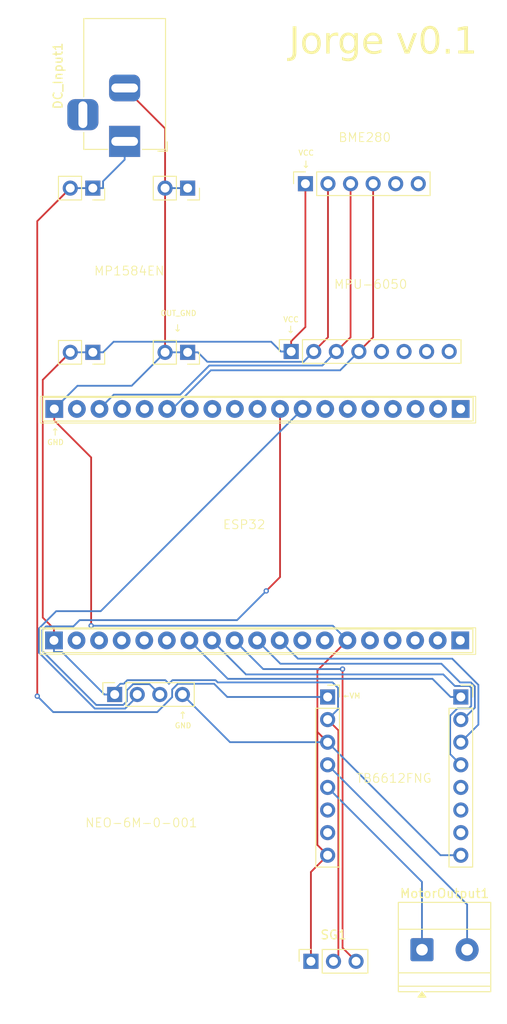
<source format=kicad_pcb>
(kicad_pcb (version 20241229) (generator "pcbnew") (generator_version "9.0")
  (layers (0 "F.Cu" signal) (2 "B.Cu" signal) (13 "F.Paste" user) (15 "B.Paste" user) (5 "F.SilkS" user "F.Silkscreen") (7 "B.SilkS" user "B.Silkscreen") (1 "F.Mask" user) (3 "B.Mask" user) (25 "Edge.Cuts" user))
  (net 0 "")
  (net 3 "Net-(BMP1-SCL)")
  (net 4 "GND")
  (net 5 "+3.3V")
  (net 6 "Net-(BMP1-SDA)")
  (net 7 "Net-(GY-GPS6MV1-RX)")
  (net 8 "Net-(GY-GPS6MV1-TX)")
  (net 13 "Net-(SG1-PWM)")
  (net 15 "Net-(TB1-INA2)")
  (net 23 "Net-(TB1-PWMA)")
  (net 38 "Net-(TB1-INA1)")
  (net 40 "Net-(TB1-STNDBY)")
  (net 41 "+12V")
  (net 42 "Net-(MotorOutput1-Pin_1)")
  (net 45 "Net-(MotorOutput1-Pin_2)")
  (footprint "TerminalBlock_Phoenix:TerminalBlock_Phoenix_MKDS-1,5-2-5.08_1x02_P5.08mm_Horizontal" (layer "F.Cu") (at 194.455 138.1725)
    (property "Reference" "MotorOutput1" (at 2.54 -6.32 0) (layer "F.SilkS"))
    (property "Value" "Motor Output")
    (fp_line (start -2.66 -5.32) (end 7.74 -5.32) (stroke (width 0.12)) (layer "F.SilkS"))
    (fp_line (start -2.66 -2.3) (end 7.74 -2.3) (stroke (width 0.12)) (layer "F.SilkS"))
    (fp_line (start -2.66 2.6) (end 7.74 2.6) (stroke (width 0.12)) (layer "F.SilkS"))
    (fp_line (start -2.66 4.1) (end 7.74 4.1) (stroke (width 0.12)) (layer "F.SilkS"))
    (fp_line (start -2.66 4.72) (end -2.66 -5.32) (stroke (width 0.12)) (layer "F.SilkS"))
    (fp_line (start -0.3 4.72) (end -2.66 4.72) (stroke (width 0.12)) (layer "F.SilkS"))
    (fp_line (start 7.74 -5.32) (end 7.74 4.72) (stroke (width 0.12)) (layer "F.SilkS"))
    (fp_line (start 7.74 4.72) (end 0.3 4.72) (stroke (width 0.12)) (layer "F.SilkS"))
    (fp_poly (pts (xy 0 4.72) (xy 0.44 5.33) (xy -0.44 5.33)) (stroke (width 0.12)) (fill yes) (layer "F.SilkS"))
    (pad "1" thru_hole roundrect (at 0 0) (size 2.6 2.6) (drill 1.3) (layers "*.Cu" "*.Mask") (roundrect_rratio 0.096154) (net 42 "Net-(MotorOutput1-Pin_1)"))
    (pad "2" thru_hole circle (at 5.08 0) (size 2.6 2.6) (drill 1.3) (layers "*.Cu" "*.Mask") (net 45 "Net-(MotorOutput1-Pin_2)"))
  )
  (footprint "Connector_PinSocket_2.54mm:PinSocket_1x03_P2.54mm_Vertical" (layer "F.Cu") (at 181.96 139.475 90)
    (property "Reference" "SG1" (at 2.975 2.54 180) (layer "F.SilkS"))
    (property "Value" "~")
    (fp_line (start 1.33 -1.33) (end 1.33 0) (stroke (width 0.12)) (layer "F.SilkS"))
    (fp_line (start 0 -1.33) (end 1.33 -1.33) (stroke (width 0.12)) (layer "F.SilkS"))
    (fp_line (start 1.33 1.27) (end 1.33 6.41) (stroke (width 0.12)) (layer "F.SilkS"))
    (fp_line (start -1.33 1.27) (end 1.33 1.27) (stroke (width 0.12)) (layer "F.SilkS"))
    (fp_line (start -1.33 1.27) (end -1.33 6.41) (stroke (width 0.12)) (layer "F.SilkS"))
    (fp_line (start -1.33 6.41) (end 1.33 6.41) (stroke (width 0.12)) (layer "F.SilkS"))
    (pad "1" thru_hole rect (at 0 0 90) (size 1.7 1.7) (drill 1) (layers "*.Cu" "*.Mask") (net 4 "GND"))
    (pad "2" thru_hole circle (at 0 2.54 90) (size 1.7 1.7) (drill 1) (layers "*.Cu" "*.Mask") (net 5 "+3.3V"))
    (pad "3" thru_hole circle (at 0 5.08 90) (size 1.7 1.7) (drill 1) (layers "*.Cu" "*.Mask") (net 13 "Net-(SG1-PWM)"))
  )
  (footprint "Ernest:MPU6050_breakout_footprint" (layer "F.Cu") (at 188.5 70.8885)
    (property "Reference" "MPU-1" (hide yes))
    (property "Value" "~" (hide yes))
    (fp_line (start -10.091829 -1.251932) (end -8.761829 -1.251932) (stroke (width 0.12)) (layer "F.SilkS"))
    (fp_line (start -10.091829 0.078068) (end -10.091829 -1.251932) (stroke (width 0.12)) (layer "F.SilkS"))
    (fp_line (start -7.491829 -1.251932) (end 10.348171 -1.251932) (stroke (width 0.12)) (layer "F.SilkS"))
    (fp_line (start -7.491829 1.408068) (end -7.491829 -1.251932) (stroke (width 0.12)) (layer "F.SilkS"))
    (fp_line (start -7.491829 1.408068) (end 10.348171 1.408068) (stroke (width 0.12)) (layer "F.SilkS"))
    (fp_line (start 10.348171 1.408068) (end 10.348171 -1.251932) (stroke (width 0.12)) (layer "F.SilkS"))
    (pad "1" thru_hole rect (at -8.761829 0.078068 90) (size 1.7 1.7) (drill 1) (layers "*.Cu" "*.Mask") (net 5 "+3.3V"))
    (pad "2" thru_hole circle (at -6.221829 0.078068 90) (size 1.7 1.7) (drill 1) (layers "*.Cu" "*.Mask") (net 4 "GND"))
    (pad "3" thru_hole circle (at -3.681829 0.078068 90) (size 1.7 1.7) (drill 1) (layers "*.Cu" "*.Mask") (net 3 "Net-(BMP1-SCL)"))
    (pad "4" thru_hole circle (at -1.141829 0.078068 90) (size 1.7 1.7) (drill 1) (layers "*.Cu" "*.Mask") (net 6 "Net-(BMP1-SDA)"))
    (pad "5" thru_hole circle (at 1.398171 0.078068 90) (size 1.7 1.7) (drill 1) (layers "*.Cu" "*.Mask"))
    (pad "6" thru_hole circle (at 3.938171 0.078068 90) (size 1.7 1.7) (drill 1) (layers "*.Cu" "*.Mask"))
    (pad "7" thru_hole circle (at 6.478171 0.078068 90) (size 1.7 1.7) (drill 1) (layers "*.Cu" "*.Mask"))
    (pad "8" thru_hole circle (at 9.018171 0.078068 90) (size 1.7 1.7) (drill 1) (layers "*.Cu" "*.Mask"))
  )
  (footprint "Ernest:GY-GPS6MV2_footprint" (layer "F.Cu") (at 163.5075 109.33)
    (property "Reference" "GY-GPS6MV1" (hide yes))
    (property "Value" "~" (hide yes))
    (fp_line (start -4.957501 -1.160001) (end -3.627501 -1.160001) (stroke (width 0.12)) (layer "F.SilkS"))
    (fp_line (start -4.957501 0.169999) (end -4.957501 -1.160001) (stroke (width 0.12)) (layer "F.SilkS"))
    (fp_line (start -2.357501 -1.160001) (end 5.322499 -1.160001) (stroke (width 0.12)) (layer "F.SilkS"))
    (fp_line (start -2.357501 1.499999) (end -2.357501 -1.160001) (stroke (width 0.12)) (layer "F.SilkS"))
    (fp_line (start -2.357501 1.499999) (end 5.322499 1.499999) (stroke (width 0.12)) (layer "F.SilkS"))
    (fp_line (start 5.322499 1.499999) (end 5.322499 -1.160001) (stroke (width 0.12)) (layer "F.SilkS"))
    (pad "1" thru_hole circle (at 3.992499 0.169999 90) (size 1.7 1.7) (drill 1) (layers "*.Cu" "*.Mask") (net 4 "GND"))
    (pad "2" thru_hole circle (at 1.452499 0.169999 90) (size 1.7 1.7) (drill 1) (layers "*.Cu" "*.Mask") (net 8 "Net-(GY-GPS6MV1-TX)"))
    (pad "3" thru_hole circle (at -1.087501 0.169999 90) (size 1.7 1.7) (drill 1) (layers "*.Cu" "*.Mask") (net 7 "Net-(GY-GPS6MV1-RX)"))
    (pad "4" thru_hole rect (at -3.627501 0.169999 90) (size 1.7 1.7) (drill 1) (layers "*.Cu" "*.Mask") (net 5 "+3.3V"))
  )
  (footprint "Ernest:BME280_breakout_footprint" (layer "F.Cu") (at 188.1102 51.9)
    (property "Reference" "BMP1" (hide yes))
    (property "Value" "~" (hide yes))
    (fp_line (start -8.100231 -1.115438) (end -6.770231 -1.115438) (stroke (width 0.12)) (layer "F.SilkS"))
    (fp_line (start -8.100231 0.214562) (end -8.100231 -1.115438) (stroke (width 0.12)) (layer "F.SilkS"))
    (fp_line (start -5.500231 -1.115438) (end 7.259769 -1.115438) (stroke (width 0.12)) (layer "F.SilkS"))
    (fp_line (start -5.500231 1.544562) (end -5.500231 -1.115438) (stroke (width 0.12)) (layer "F.SilkS"))
    (fp_line (start -5.500231 1.544562) (end 7.259769 1.544562) (stroke (width 0.12)) (layer "F.SilkS"))
    (fp_line (start 7.259769 1.544562) (end 7.259769 -1.115438) (stroke (width 0.12)) (layer "F.SilkS"))
    (pad "1" thru_hole rect (at -6.770231 0.214562 90) (size 1.7 1.7) (drill 1) (layers "*.Cu" "*.Mask") (net 5 "+3.3V"))
    (pad "2" thru_hole circle (at -4.230231 0.214562 90) (size 1.7 1.7) (drill 1) (layers "*.Cu" "*.Mask") (net 4 "GND"))
    (pad "3" thru_hole circle (at -1.690231 0.214562 90) (size 1.7 1.7) (drill 1) (layers "*.Cu" "*.Mask") (net 3 "Net-(BMP1-SCL)"))
    (pad "4" thru_hole circle (at 0.849769 0.214562 90) (size 1.7 1.7) (drill 1) (layers "*.Cu" "*.Mask") (net 6 "Net-(BMP1-SDA)"))
    (pad "5" thru_hole circle (at 3.389769 0.214562 90) (size 1.7 1.7) (drill 1) (layers "*.Cu" "*.Mask"))
    (pad "6" thru_hole circle (at 5.929769 0.214562 90) (size 1.7 1.7) (drill 1) (layers "*.Cu" "*.Mask"))
  )
  (footprint "Esp32DevBoard:ESP32-38pin" (layer "F.Cu") (at 175.9465 88.9202 90)
    (property "Reference" "U1" (hide yes))
    (property "Value" "~")
    (fp_line (start -13.218321 -24.144965) (end -13.218321 24.235035) (stroke (width 0.12)) (layer "F.SilkS"))
    (fp_line (start -14.548321 -24.144965) (end -13.218321 -24.144965) (stroke (width 0.12)) (layer "F.SilkS"))
    (fp_line (start -15.878321 -24.144965) (end -13.218321 -24.144965) (stroke (width 0.12)) (layer "F.SilkS"))
    (fp_line (start -15.878321 -24.144965) (end -15.878321 24.235035) (stroke (width 0.12)) (layer "F.SilkS"))
    (fp_line (start 12.799491 -24.115692) (end 12.799491 24.264308) (stroke (width 0.12)) (layer "F.SilkS"))
    (fp_line (start 10.139491 -24.115692) (end 12.799491 -24.115692) (stroke (width 0.12)) (layer "F.SilkS"))
    (fp_line (start 10.139491 -24.115692) (end 10.139491 24.264308) (stroke (width 0.12)) (layer "F.SilkS"))
    (fp_line (start -15.845738 24.233595) (end -13.185738 24.233595) (stroke (width 0.12)) (layer "F.SilkS"))
    (fp_line (start 10.172074 24.262868) (end 12.832074 24.262868) (stroke (width 0.12)) (layer "F.SilkS"))
    (pad "1" thru_hole rect (at -14.5 -22.9 90) (size 2 2) (drill 1) (layers "*.Cu" "*.Mask") (net 5 "+3.3V"))
    (pad "2" thru_hole circle (at -14.5 -20.36 90) (size 2 2) (drill 1) (layers "*.Cu" "*.Mask"))
    (pad "3" thru_hole circle (at -14.5 -17.82 90) (size 2 2) (drill 1) (layers "*.Cu" "*.Mask"))
    (pad "4" thru_hole circle (at -14.5 -15.28 90) (size 2 2) (drill 1) (layers "*.Cu" "*.Mask"))
    (pad "5" thru_hole circle (at -14.5 -12.74 90) (size 2 2) (drill 1) (layers "*.Cu" "*.Mask"))
    (pad "6" thru_hole circle (at -14.5 -10.2 90) (size 2 2) (drill 1) (layers "*.Cu" "*.Mask"))
    (pad "7" thru_hole circle (at -14.5 -7.66 90) (size 2 2) (drill 1) (layers "*.Cu" "*.Mask") (net 23 "Net-(TB1-PWMA)"))
    (pad "8" thru_hole circle (at -14.5 -5.12 90) (size 2 2) (drill 1) (layers "*.Cu" "*.Mask") (net 40 "Net-(TB1-STNDBY)"))
    (pad "9" thru_hole circle (at -14.5 -2.58 90) (size 2 2) (drill 1) (layers "*.Cu" "*.Mask") (net 13 "Net-(SG1-PWM)"))
    (pad "10" thru_hole circle (at -14.5 -0.04 90) (size 2 2) (drill 1) (layers "*.Cu" "*.Mask") (net 15 "Net-(TB1-INA2)"))
    (pad "11" thru_hole circle (at -14.5 2.5 90) (size 2 2) (drill 1) (layers "*.Cu" "*.Mask") (net 38 "Net-(TB1-INA1)"))
    (pad "12" thru_hole circle (at -14.5 5.04 90) (size 2 2) (drill 1) (layers "*.Cu" "*.Mask"))
    (pad "13" thru_hole circle (at -14.5 7.58 90) (size 2 2) (drill 1) (layers "*.Cu" "*.Mask"))
    (pad "14" thru_hole circle (at -14.5 10.12 90) (size 2 2) (drill 1) (layers "*.Cu" "*.Mask") (net 4 "GND"))
    (pad "15" thru_hole circle (at -14.5 12.66 90) (size 2 2) (drill 1) (layers "*.Cu" "*.Mask"))
    (pad "16" thru_hole circle (at -14.5 15.2 90) (size 2 2) (drill 1) (layers "*.Cu" "*.Mask"))
    (pad "17" thru_hole circle (at -14.5 17.74 90) (size 2 2) (drill 1) (layers "*.Cu" "*.Mask"))
    (pad "18" thru_hole circle (at -14.5 20.28 90) (size 2 2) (drill 1) (layers "*.Cu" "*.Mask"))
    (pad "19" thru_hole rect (at -14.5 22.82 90) (size 2 2) (drill 1) (layers "*.Cu" "*.Mask"))
    (pad "20" thru_hole rect (at 11.5 22.86 90) (size 2 2) (drill 1) (layers "*.Cu" "*.Mask"))
    (pad "21" thru_hole circle (at 11.5 20.32 90) (size 2 2) (drill 1) (layers "*.Cu" "*.Mask"))
    (pad "22" thru_hole circle (at 11.5 17.78 90) (size 2 2) (drill 1) (layers "*.Cu" "*.Mask"))
    (pad "23" thru_hole circle (at 11.5 15.24 90) (size 2 2) (drill 1) (layers "*.Cu" "*.Mask"))
    (pad "24" thru_hole circle (at 11.5 12.7 90) (size 2 2) (drill 1) (layers "*.Cu" "*.Mask"))
    (pad "25" thru_hole circle (at 11.5 10.16 90) (size 2 2) (drill 1) (layers "*.Cu" "*.Mask"))
    (pad "26" thru_hole circle (at 11.5 7.62 90) (size 2 2) (drill 1) (layers "*.Cu" "*.Mask"))
    (pad "27" thru_hole circle (at 11.5 5.08 90) (size 2 2) (drill 1) (layers "*.Cu" "*.Mask") (net 7 "Net-(GY-GPS6MV1-RX)"))
    (pad "28" thru_hole circle (at 11.5 2.54 90) (size 2 2) (drill 1) (layers "*.Cu" "*.Mask") (net 8 "Net-(GY-GPS6MV1-TX)"))
    (pad "29" thru_hole circle (at 11.5 0 90) (size 2 2) (drill 1) (layers "*.Cu" "*.Mask"))
    (pad "30" thru_hole circle (at 11.5 -2.54 90) (size 2 2) (drill 1) (layers "*.Cu" "*.Mask"))
    (pad "31" thru_hole circle (at 11.5 -5.08 90) (size 2 2) (drill 1) (layers "*.Cu" "*.Mask"))
    (pad "32" thru_hole circle (at 11.5 -7.62 90) (size 2 2) (drill 1) (layers "*.Cu" "*.Mask"))
    (pad "33" thru_hole circle (at 11.5 -10.16 90) (size 2 2) (drill 1) (layers "*.Cu" "*.Mask") (net 6 "Net-(BMP1-SDA)"))
    (pad "34" thru_hole circle (at 11.5 -12.7 90) (size 2 2) (drill 1) (layers "*.Cu" "*.Mask"))
    (pad "35" thru_hole circle (at 11.5 -15.24 90) (size 2 2) (drill 1) (layers "*.Cu" "*.Mask"))
    (pad "36" thru_hole circle (at 11.5 -17.78 90) (size 2 2) (drill 1) (layers "*.Cu" "*.Mask") (net 3 "Net-(BMP1-SCL)"))
    (pad "37" thru_hole circle (at 11.5 -20.32 90) (size 2 2) (drill 1) (layers "*.Cu" "*.Mask"))
    (pad "38" thru_hole rect (at 11.5 -22.86 90) (size 2 2) (drill 1) (layers "*.Cu" "*.Mask") (net 4 "GND"))
  )
  (footprint "Ernest:TB6612_breakout_footprint" (layer "F.Cu") (at 191.3349 118.7196)
    (property "Reference" "TB1" (hide yes))
    (property "Value" "~" (hide yes))
    (fp_line (start -8.823 -7.6708) (end -8.823 10.1692) (stroke (width 0.12)) (layer "F.SilkS"))
    (fp_line (start -8.823 -7.6708) (end -6.163 -7.6708) (stroke (width 0.12)) (layer "F.SilkS"))
    (fp_line (start -8.823 10.1692) (end -6.163 10.1692) (stroke (width 0.12)) (layer "F.SilkS"))
    (fp_line (start -7.493 -10.2708) (end -6.163 -10.2708) (stroke (width 0.12)) (layer "F.SilkS"))
    (fp_line (start -6.163 -10.2708) (end -6.163 -8.9408) (stroke (width 0.12)) (layer "F.SilkS"))
    (fp_line (start -6.163 -7.6708) (end -6.163 10.1692) (stroke (width 0.12)) (layer "F.SilkS"))
    (fp_line (start 6.163 -7.6708) (end 6.163 10.1692) (stroke (width 0.12)) (layer "F.SilkS"))
    (fp_line (start 6.163 -7.6708) (end 8.823 -7.6708) (stroke (width 0.12)) (layer "F.SilkS"))
    (fp_line (start 6.163 10.1692) (end 8.823 10.1692) (stroke (width 0.12)) (layer "F.SilkS"))
    (fp_line (start 7.493 -10.2708) (end 8.823 -10.2708) (stroke (width 0.12)) (layer "F.SilkS"))
    (fp_line (start 8.823 -10.2708) (end 8.823 -8.9408) (stroke (width 0.12)) (layer "F.SilkS"))
    (fp_line (start 8.823 -7.6708) (end 8.823 10.1692) (stroke (width 0.12)) (layer "F.SilkS"))
    (pad "1" thru_hole rect (at -7.493 -8.9408) (size 1.7 1.7) (drill 1) (layers "*.Cu" "*.Mask") (net 41 "+12V"))
    (pad "2" thru_hole circle (at -7.493 -6.4008) (size 1.7 1.7) (drill 1) (layers "*.Cu" "*.Mask") (net 5 "+3.3V"))
    (pad "3" thru_hole circle (at -7.493 -3.8608) (size 1.7 1.7) (drill 1) (layers "*.Cu" "*.Mask") (net 4 "GND"))
    (pad "4" thru_hole circle (at -7.493 -1.3208) (size 1.7 1.7) (drill 1) (layers "*.Cu" "*.Mask") (net 45 "Net-(MotorOutput1-Pin_2)"))
    (pad "5" thru_hole circle (at -7.493 1.2192) (size 1.7 1.7) (drill 1) (layers "*.Cu" "*.Mask") (net 42 "Net-(MotorOutput1-Pin_1)"))
    (pad "6" thru_hole circle (at -7.493 3.7592) (size 1.7 1.7) (drill 1) (layers "*.Cu" "*.Mask"))
    (pad "7" thru_hole circle (at -7.493 6.2992) (size 1.7 1.7) (drill 1) (layers "*.Cu" "*.Mask"))
    (pad "8" thru_hole circle (at -7.493 8.8392) (size 1.7 1.7) (drill 1) (layers "*.Cu" "*.Mask") (net 4 "GND"))
    (pad "9" thru_hole rect (at 7.493 -8.9408) (size 1.7 1.7) (drill 1) (layers "*.Cu" "*.Mask") (net 23 "Net-(TB1-PWMA)"))
    (pad "10" thru_hole circle (at 7.493 -6.4008) (size 1.7 1.7) (drill 1) (layers "*.Cu" "*.Mask") (net 15 "Net-(TB1-INA2)"))
    (pad "11" thru_hole circle (at 7.493 -3.8608) (size 1.7 1.7) (drill 1) (layers "*.Cu" "*.Mask") (net 38 "Net-(TB1-INA1)"))
    (pad "12" thru_hole circle (at 7.493 -1.3208) (size 1.7 1.7) (drill 1) (layers "*.Cu" "*.Mask") (net 40 "Net-(TB1-STNDBY)"))
    (pad "13" thru_hole circle (at 7.493 1.2192) (size 1.7 1.7) (drill 1) (layers "*.Cu" "*.Mask"))
    (pad "14" thru_hole circle (at 7.493 3.7592) (size 1.7 1.7) (drill 1) (layers "*.Cu" "*.Mask"))
    (pad "15" thru_hole circle (at 7.493 6.2992) (size 1.7 1.7) (drill 1) (layers "*.Cu" "*.Mask"))
    (pad "16" thru_hole circle (at 7.493 8.8392) (size 1.7 1.7) (drill 1) (layers "*.Cu" "*.Mask") (net 4 "GND"))
  )
  (footprint "Ernest:MP1584_breakout_footprint" (layer "F.Cu") (at 161.5 61.86 -90)
    (property "Reference" "MP1584EN1" (hide yes))
    (property "Value" "~" (hide yes))
    (fp_line (start -10.58 7.949095) (end -7.92 7.949095) (stroke (width 0.12)) (layer "F.SilkS"))
    (fp_line (start 7.865347 7.947552) (end 10.525347 7.947552) (stroke (width 0.12)) (layer "F.SilkS"))
    (fp_line (start -10.58 5.349095) (end -10.58 7.949095) (stroke (width 0.12)) (layer "F.SilkS"))
    (fp_line (start -10.58 5.349095) (end -7.92 5.349095) (stroke (width 0.12)) (layer "F.SilkS"))
    (fp_line (start -7.92 5.349095) (end -7.92 7.949095) (stroke (width 0.12)) (layer "F.SilkS"))
    (fp_line (start 7.865347 5.347552) (end 7.865347 7.947552) (stroke (width 0.12)) (layer "F.SilkS"))
    (fp_line (start 7.865347 5.347552) (end 10.525347 5.347552) (stroke (width 0.12)) (layer "F.SilkS"))
    (fp_line (start 10.525347 5.347552) (end 10.525347 7.947552) (stroke (width 0.12)) (layer "F.SilkS"))
    (fp_line (start -9.25 2.749095) (end -7.92 2.749095) (stroke (width 0.12)) (layer "F.SilkS"))
    (fp_line (start -7.92 2.749095) (end -7.92 4.079095) (stroke (width 0.12)) (layer "F.SilkS"))
    (fp_line (start 9.195347 2.747552) (end 10.525347 2.747552) (stroke (width 0.12)) (layer "F.SilkS"))
    (fp_line (start 10.525347 2.747552) (end 10.525347 4.077552) (stroke (width 0.12)) (layer "F.SilkS"))
    (fp_line (start 7.867955 -2.719732) (end 10.527955 -2.719732) (stroke (width 0.12)) (layer "F.SilkS"))
    (fp_line (start -10.58 -2.72) (end -7.92 -2.72) (stroke (width 0.12)) (layer "F.SilkS"))
    (fp_line (start 7.867955 -5.319732) (end 7.867955 -2.719732) (stroke (width 0.12)) (layer "F.SilkS"))
    (fp_line (start 7.867955 -5.319732) (end 10.527955 -5.319732) (stroke (width 0.12)) (layer "F.SilkS"))
    (fp_line (start 10.527955 -5.319732) (end 10.527955 -2.719732) (stroke (width 0.12)) (layer "F.SilkS"))
    (fp_line (start -10.58 -5.32) (end -10.58 -2.72) (stroke (width 0.12)) (layer "F.SilkS"))
    (fp_line (start -10.58 -5.32) (end -7.92 -5.32) (stroke (width 0.12)) (layer "F.SilkS"))
    (fp_line (start -7.92 -5.32) (end -7.92 -2.72) (stroke (width 0.12)) (layer "F.SilkS"))
    (fp_line (start 9.197955 -7.919732) (end 10.527955 -7.919732) (stroke (width 0.12)) (layer "F.SilkS"))
    (fp_line (start 10.527955 -7.919732) (end 10.527955 -6.589732) (stroke (width 0.12)) (layer "F.SilkS"))
    (fp_line (start -9.25 -7.92) (end -7.92 -7.92) (stroke (width 0.12)) (layer "F.SilkS"))
    (fp_line (start -7.92 -7.92) (end -7.92 -6.59) (stroke (width 0.12)) (layer "F.SilkS"))
    (pad "1" thru_hole rect (at -9.25 4.079095 270) (size 1.7 1.7) (drill 1) (layers "*.Cu" "*.Mask") (net 41 "+12V"))
    (pad "1" thru_hole circle (at -9.25 6.619095 270) (size 1.7 1.7) (drill 1) (layers "*.Cu" "*.Mask") (net 41 "+12V"))
    (pad "2" thru_hole rect (at -9.25 -6.59 270) (size 1.7 1.7) (drill 1) (layers "*.Cu" "*.Mask") (net 4 "GND"))
    (pad "2" thru_hole circle (at -9.25 -4.05 270) (size 1.7 1.7) (drill 1) (layers "*.Cu" "*.Mask") (net 4 "GND"))
    (pad "3" thru_hole rect (at 9.195347 4.077552 270) (size 1.7 1.7) (drill 1) (layers "*.Cu" "*.Mask") (net 5 "+3.3V"))
    (pad "3" thru_hole circle (at 9.195347 6.617552 270) (size 1.7 1.7) (drill 1) (layers "*.Cu" "*.Mask") (net 5 "+3.3V"))
    (pad "4" thru_hole rect (at 9.197955 -6.589732 270) (size 1.7 1.7) (drill 1) (layers "*.Cu" "*.Mask") (net 4 "GND"))
    (pad "4" thru_hole circle (at 9.197955 -4.049732 270) (size 1.7 1.7) (drill 1) (layers "*.Cu" "*.Mask") (net 4 "GND"))
  )
  (footprint "Connector_BarrelJack:BarrelJack_Horizontal" (layer "F.Cu") (at 161 47.36 -90)
    (property "Reference" "DC_Input1" (at -7.36 7.5 90) (layer "F.SilkS"))
    (property "Value" "~")
    (fp_line (start -13.8 4.6) (end -13.8 -4.6) (stroke (width 0.12)) (layer "F.SilkS"))
    (fp_line (start -5 4.6) (end -13.8 4.6) (stroke (width 0.12)) (layer "F.SilkS"))
    (fp_line (start 0.9 4.6) (end -1 4.6) (stroke (width 0.12)) (layer "F.SilkS"))
    (fp_line (start 0.9 1.9) (end 0.9 4.6) (stroke (width 0.12)) (layer "F.SilkS"))
    (fp_line (start 1.1 -3.75) (end 1.1 -4.8) (stroke (width 0.12)) (layer "F.SilkS"))
    (fp_line (start -13.8 -4.6) (end 0.9 -4.6) (stroke (width 0.12)) (layer "F.SilkS"))
    (fp_line (start 0.9 -4.6) (end 0.9 -2) (stroke (width 0.12)) (layer "F.SilkS"))
    (fp_line (start 0.05 -4.8) (end 1.1 -4.8) (stroke (width 0.12)) (layer "F.SilkS"))
    (pad "" np_thru_hole roundrect (at -3 4.7 270) (size 3.5 3.5) (drill oval 3 1) (layers "*.Cu" "*.Mask"))
    (pad "1" thru_hole rect (at 0 0 270) (size 3.5 3.5) (drill oval 1 3) (layers "*.Cu" "*.Mask") (net 41 "+12V"))
    (pad "2" thru_hole roundrect (at -6 0 270) (size 3 3.5) (drill oval 1 3) (layers "*.Cu" "*.Mask") (net 4 "GND"))
  )
  (gr_rect (start 151.5 76) (end 200.5 79) (stroke (width 0.1)) (fill no) (layer "F.SilkS"))
  (gr_rect (start 151.5 102) (end 200.5 105) (stroke (width 0.1)) (fill no) (layer "F.SilkS"))
  (gr_text "↑" (at 152.5 80.5 0) (layer "F.SilkS") (effects (font (size 1 1) (thickness 0.1)) (justify left bottom)))
  (gr_text "OUT_GND" (at 165 67.015208 0) (layer "F.SilkS") (effects (font (size 0.6 0.6) (thickness 0.1)) (justify left bottom)))
  (gr_text "↓" (at 179 69 0) (layer "F.SilkS") (effects (font (size 1 1) (thickness 0.1)) (justify left bottom)))
  (gr_text "ESP32" (at 172 91 0) (layer "F.SilkS") (effects (font (size 1 1) (thickness 0.1)) (justify left bottom)))
  (gr_text "Jorge v0.1" (at 179.5 38 0) (layer "F.SilkS") (effects (font (size 3 3) (thickness 0.25) (italic yes)) (justify left bottom)))
  (gr_text "↓" (at 180.711389 50.439901 0) (layer "F.SilkS") (effects (font (size 1 1) (thickness 0.1)) (justify left bottom)))
  (gr_text "VCC" (at 178.795029 67.721183 0) (layer "F.SilkS") (effects (font (size 0.6 0.6) (thickness 0.1)) (justify left bottom)))
  (gr_text "GND" (at 152.239558 81.515208 0) (layer "F.SilkS") (effects (font (size 0.6 0.6) (thickness 0.1)) (justify left bottom)))
  (gr_text "↑" (at 166.852072 112.327648 0) (layer "F.SilkS") (effects (font (size 1 1) (thickness 0.1)) (justify left bottom)))
  (gr_text "←VM" (at 185.5 110 0) (layer "F.SilkS") (effects (font (size 0.6 0.6) (thickness 0.1)) (justify left bottom)))
  (gr_text "BME280" (at 185 47.5 0) (layer "F.SilkS") (effects (font (size 1 1) (thickness 0.1)) (justify left bottom)))
  (gr_text "TB6612FNG" (at 187 119.5 0) (layer "F.SilkS") (effects (font (size 1 1) (thickness 0.1)) (justify left bottom)))
  (gr_text "↓" (at 166.272658 68.83574 0) (layer "F.SilkS") (effects (font (size 1 1) (thickness 0.1)) (justify left bottom)))
  (gr_text "MP1584EN" (at 157.5 62.5 0) (layer "F.SilkS") (effects (font (size 1 1) (thickness 0.1)) (justify left bottom)))
  (gr_text "NEO-6M-0-001" (at 156.5 124.5 0) (layer "F.SilkS") (effects (font (size 1 1) (thickness 0.1)) (justify left bottom)))
  (gr_text "MPU-6050" (at 184.5 64 0) (layer "F.SilkS") (effects (font (size 1 1) (thickness 0.1)) (justify left bottom)))
  (gr_text "GND" (at 166.59163 113.342856 0) (layer "F.SilkS") (effects (font (size 0.6 0.6) (thickness 0.1)) (justify left bottom)))
  (gr_text "VCC" (at 180.5 49 0) (layer "F.SilkS") (effects (font (size 0.6 0.6) (thickness 0.1)) (justify left bottom)))
  (segment (start 184.8182 70.9666) (end 184.8181 70.9665) (width 0.2) (layer "F.Cu") (net 3))
  (segment (start 184.8181 70.9665) (end 184.818 70.9666) (width 0.2) (layer "F.Cu") (net 3))
  (segment (start 186.42 69.3648) (end 184.8181 70.9665) (width 0.2) (layer "F.Cu") (net 3))
  (segment (start 186.42 52.1146) (end 186.42 69.3648) (width 0.2) (layer "F.Cu") (net 3))
  (segment (start 158.8862 76.7004) (end 158.1665 77.4201) (width 0.2) (layer "B.Cu") (net 3))
  (segment (start 158.8862 76.7004) (end 159.778 75.8092) (width 0.2) (layer "B.Cu") (net 3))
  (segment (start 184.8182 70.9666) (end 184.818 70.9666) (width 0.2) (layer "B.Cu") (net 3))
  (segment (start 159.778 75.8092) (end 167.256 75.8092) (width 0.2) (layer "B.Cu") (net 3))
  (segment (start 158.166 77.4202) (end 158.8862 76.7004) (width 0.2) (layer "B.Cu") (net 3))
  (segment (start 170.525 72.5399) (end 183.245 72.5399) (width 0.2) (layer "B.Cu") (net 3))
  (segment (start 167.256 75.8092) (end 170.525 72.5399) (width 0.2) (layer "B.Cu") (net 3))
  (segment (start 158.1665 77.4201) (end 158.1665 77.4202) (width 0.2) (layer "B.Cu") (net 3))
  (segment (start 183.245 72.5399) (end 184.818 70.9666) (width 0.2) (layer "B.Cu") (net 3))
  (segment (start 165.55 45.91) (end 165.55 52.61) (width 0.2) (layer "F.Cu") (net 4))
  (segment (start 183.842 127.559) (end 181.96 129.441) (width 0.2) (layer "F.Cu") (net 4))
  (segment (start 186.0662 103.4202) (end 186.066 103.42) (width 0.2) (layer "F.Cu") (net 4))
  (segment (start 186.066 103.42) (end 182.69 106.796) (width 0.2) (layer "F.Cu") (net 4))
  (segment (start 181.96 129.441) (end 181.96 139.475) (width 0.2) (layer "F.Cu") (net 4))
  (segment (start 153.086 78.071) (end 153.0865 78.0705) (width 0.2) (layer "F.Cu") (net 4))
  (segment (start 182.69 106.796) (end 182.69 113.707) (width 0.2) (layer "F.Cu") (net 4))
  (segment (start 183.266 114.283) (end 183.2661 114.283) (width 0.2) (layer "F.Cu") (net 4))
  (segment (start 153.086 77.4202) (end 153.086 78.071) (width 0.2) (layer "F.Cu") (net 4))
  (segment (start 183.266 114.283) (end 183.842 114.859) (width 0.2) (layer "F.Cu") (net 4))
  (segment (start 153.086 78.071) (end 153.086 78.7219) (width 0.2) (layer "F.Cu") (net 4))
  (segment (start 161 41.36) (end 165.55 45.91) (width 0.2) (layer "F.Cu") (net 4))
  (segment (start 182.69 126.407) (end 183.266 126.983) (width 0.2) (layer "F.Cu") (net 4))
  (segment (start 182.2782 70.9666) (end 182.2781 70.9665) (width 0.2) (layer "F.Cu") (net 4))
  (segment (start 182.69 113.707) (end 182.69 126.407) (width 0.2) (layer "F.Cu") (net 4))
  (segment (start 186.0665 103.4202) (end 186.0662 103.4202) (width 0.2) (layer "F.Cu") (net 4))
  (segment (start 183.2661 126.983) (end 183.8419 127.5588) (width 0.2) (layer "F.Cu") (net 4))
  (segment (start 183.88 69.3648) (end 182.2781 70.9665) (width 0.2) (layer "F.Cu") (net 4))
  (segment (start 182.2781 70.9665) (end 182.278 70.9666) (width 0.2) (layer "F.Cu") (net 4))
  (segment (start 153.0865 78.0705) (end 153.0865 77.4202) (width 0.2) (layer "F.Cu") (net 4))
  (segment (start 183.2661 114.283) (end 183.8419 114.8588) (width 0.2) (layer "F.Cu") (net 4))
  (segment (start 153.086 78.7219) (end 157.231 82.8664) (width 0.2) (layer "F.Cu") (net 4))
  (segment (start 165.5497 71.058) (end 165.55 71.058) (width 0.2) (layer "F.Cu") (net 4))
  (segment (start 183.266 126.983) (end 183.842 127.559) (width 0.2) (layer "F.Cu") (net 4))
  (segment (start 183.266 126.983) (end 183.2661 126.983) (width 0.2) (layer "F.Cu") (net 4))
  (segment (start 183.88 52.1146) (end 183.88 69.3648) (width 0.2) (layer "F.Cu") (net 4))
  (segment (start 165.55 52.61) (end 165.55 71.058) (width 0.2) (layer "F.Cu") (net 4))
  (segment (start 157.231 82.8664) (end 157.231 101.771) (width 0.2) (layer "F.Cu") (net 4))
  (segment (start 182.69 113.707) (end 183.266 114.283) (width 0.2) (layer "F.Cu") (net 4))
  (via (at 157.231 101.771) (size 0.6) (drill 0.3) (layers "F.Cu" "B.Cu") (net 4))
  (segment (start 153.0863 77.42) (end 153.086 77.4202) (width 0.2) (layer "B.Cu") (net 4))
  (segment (start 197.685 127.559) (end 198.8277 127.559) (width 0.2) (layer "B.Cu") (net 4))
  (segment (start 178.3505 114.859) (end 183.8417 114.859) (width 0.2) (layer "B.Cu") (net 4))
  (segment (start 161.792 74.8152) (end 155.692 74.8152) (width 0.2) (layer "B.Cu") (net 4))
  (segment (start 169.241 71.058) (end 168.0897 71.058) (width 0.2) (layer "B.Cu") (net 4))
  (segment (start 198.828 127.559) (end 197.685 127.559) (width 0.2) (layer "B.Cu") (net 4))
  (segment (start 182.278 70.9666) (end 181.126 72.1183) (width 0.2) (layer "B.Cu") (net 4))
  (segment (start 167.5 109.5) (end 172.859 114.859) (width 0.2) (layer "B.Cu") (net 4))
  (segment (start 183.842 114.859) (end 196.542 127.559) (width 0.2) (layer "B.Cu") (net 4))
  (segment (start 198.8277 127.559) (end 198.8279 127.5588) (width 0.2) (layer "B.Cu") (net 4))
  (segment (start 153.0865 77.4202) (end 153.0863 77.42) (width 0.2) (layer "B.Cu") (net 4))
  (segment (start 183.8417 114.859) (end 183.8419 114.8588) (width 0.2) (layer "B.Cu") (net 4))
  (segment (start 186.0662 103.4202) (end 186.066 103.42) (width 0.2) (layer "B.Cu") (net 4))
  (segment (start 155.692 74.8152) (end 153.0863 77.42) (width 0.2) (layer "B.Cu") (net 4))
  (segment (start 182.2782 70.9666) (end 182.278 70.9666) (width 0.2) (layer "B.Cu") (net 4))
  (segment (start 165.5497 71.058) (end 165.55 71.058) (width 0.2) (layer "B.Cu") (net 4))
  (segment (start 165.55 52.61) (end 168.09 52.61) (width 0.2) (layer "B.Cu") (net 4))
  (segment (start 170.302 72.1183) (end 169.241 71.058) (width 0.2) (layer "B.Cu") (net 4))
  (segment (start 186.0665 103.4202) (end 186.0662 103.4202) (width 0.2) (layer "B.Cu") (net 4))
  (segment (start 168.0897 71.058) (end 165.55 71.058) (width 0.2) (layer "B.Cu") (net 4))
  (segment (start 196.542 127.559) (end 197.685 127.559) (width 0.2) (layer "B.Cu") (net 4))
  (segment (start 181.126 72.1183) (end 170.302 72.1183) (width 0.2) (layer "B.Cu") (net 4))
  (segment (start 186.066 103.42) (end 184.417 101.771) (width 0.2) (layer "B.Cu") (net 4))
  (segment (start 165.55 71.058) (end 161.792 74.8152) (width 0.2) (layer "B.Cu") (net 4))
  (segment (start 184.417 101.771) (end 157.231 101.771) (width 0.2) (layer "B.Cu") (net 4))
  (segment (start 178.3505 114.859) (end 183.842 114.859) (width 0.2) (layer "B.Cu") (net 4))
  (segment (start 172.859 114.859) (end 178.3505 114.859) (width 0.2) (layer "B.Cu") (net 4))
  (segment (start 151.785 74.1531) (end 153.3335 72.6042) (width 0.2) (layer "F.Cu") (net 5))
  (segment (start 183.842 112.319) (end 183.8419 112.3189) (width 0.2) (layer "F.Cu") (net 5))
  (segment (start 153.0465 103.4202) (end 153.0462 103.4202) (width 0.2) (layer "F.Cu") (net 5))
  (segment (start 179.738 70.9666) (end 179.738 70.3907) (width 0.2) (layer "F.Cu") (net 5))
  (segment (start 179.738 69.8149) (end 181.34 68.2131) (width 0.2) (layer "F.Cu") (net 5))
  (segment (start 179.7382 70.3909) (end 179.7382 70.9666) (width 0.2) (layer "F.Cu") (net 5))
  (segment (start 184.5 139.475) (end 185.049 138.926) (width 0.2) (layer "F.Cu") (net 5))
  (segment (start 151.785 100.857) (end 151.785 74.1531) (width 0.2) (layer "F.Cu") (net 5))
  (segment (start 153.3335 72.6042) (end 153.3337 72.6042) (width 0.2) (layer "F.Cu") (net 5))
  (segment (start 153.3335 72.6042) (end 154.882 71.0554) (width 0.2) (layer "F.Cu") (net 5))
  (segment (start 185.049 138.926) (end 185.049 113.526) (width 0.2) (layer "F.Cu") (net 5))
  (segment (start 179.738 70.3907) (end 179.738 69.8149) (width 0.2) (layer "F.Cu") (net 5))
  (segment (start 185.049 113.526) (end 183.842 112.319) (width 0.2) (layer "F.Cu") (net 5))
  (segment (start 153.046 102.118) (end 151.785 100.857) (width 0.2) (layer "F.Cu") (net 5))
  (segment (start 183.8419 112.3189) (end 183.8419 112.3188) (width 0.2) (layer "F.Cu") (net 5))
  (segment (start 153.046 103.42) (end 153.046 102.118) (width 0.2) (layer "F.Cu") (net 5))
  (segment (start 179.738 70.3907) (end 179.7382 70.3909) (width 0.2) (layer "F.Cu") (net 5))
  (segment (start 153.0462 103.4202) (end 153.046 103.42) (width 0.2) (layer "F.Cu") (net 5))
  (segment (start 181.34 68.2131) (end 181.34 52.1146) (width 0.2) (layer "F.Cu") (net 5))
  (segment (start 153.3337 72.6042) (end 154.8825 71.0554) (width 0.2) (layer "F.Cu") (net 5))
  (segment (start 183.842 112.319) (end 184.427 111.734) (width 0.2) (layer "B.Cu") (net 5))
  (segment (start 165.58 107.89) (end 161.304 107.89) (width 0.2) (layer "B.Cu") (net 5))
  (segment (start 153.046 104.071) (end 153.046 104.722) (width 0.2) (layer "B.Cu") (net 5))
  (segment (start 185.012 111.149) (end 185.012 108.764) (width 0.2) (layer "B.Cu") (net 5))
  (segment (start 184.39 108.142) (end 171.476 108.142) (width 0.2) (layer "B.Cu") (net 5))
  (segment (start 171.224 107.89) (end 166.384 107.89) (width 0.2) (layer "B.Cu") (net 5))
  (segment (start 158.574 71.0554) (end 159.763 69.8664) (width 0.2) (layer "B.Cu") (net 5))
  (segment (start 161.068 108.125) (end 160.902 108.291) (width 0.2) (layer "B.Cu") (net 5))
  (segment (start 161.304 107.89) (end 161.068 108.125) (width 0.2) (layer "B.Cu") (net 5))
  (segment (start 165.982 108.291) (end 165.58 107.89) (width 0.2) (layer "B.Cu") (net 5))
  (segment (start 184.4267 111.734) (end 183.8419 112.3188) (width 0.2) (layer "B.Cu") (net 5))
  (segment (start 159.88 109.5) (end 159.304 109.5) (width 0.2) (layer "B.Cu") (net 5))
  (segment (start 166.148 108.125) (end 165.982 108.291) (width 0.2) (layer "B.Cu") (net 5))
  (segment (start 184.427 111.734) (end 184.4267 111.734) (width 0.2) (layer "B.Cu") (net 5))
  (segment (start 179.7382 70.9666) (end 179.738 70.9666) (width 0.2) (layer "B.Cu") (net 5))
  (segment (start 157.4225 71.0554) (end 158.574 71.0554) (width 0.2) (layer "B.Cu") (net 5))
  (segment (start 153.046 104.722) (end 153.95 104.722) (width 0.2) (layer "B.Cu") (net 5))
  (segment (start 185.012 108.764) (end 184.39 108.142) (width 0.2) (layer "B.Cu") (net 5))
  (segment (start 153.046 103.42) (end 153.046 104.071) (width 0.2) (layer "B.Cu") (net 5))
  (segment (start 178.586 70.9666) (end 179.738 70.9666) (width 0.2) (layer "B.Cu") (net 5))
  (segment (start 160.513 108.291) (end 159.304 109.5) (width 0.2) (layer "B.Cu") (net 5))
  (segment (start 161.068 108.125) (end 160.902 108.291) (width 0.2) (layer "B.Cu") (net 5))
  (segment (start 158.728 109.5) (end 159.304 109.5) (width 0.2) (layer "B.Cu") (net 5))
  (segment (start 177.486 69.8664) (end 178.586 70.9666) (width 0.2) (layer "B.Cu") (net 5))
  (segment (start 171.476 108.142) (end 171.224 107.89) (width 0.2) (layer "B.Cu") (net 5))
  (segment (start 166.148 108.125) (end 165.982 108.291) (width 0.2) (layer "B.Cu") (net 5))
  (segment (start 160.902 108.291) (end 160.513 108.291) (width 0.2) (layer "B.Cu") (net 5))
  (segment (start 154.882 71.0554) (end 154.8825 71.0554) (width 0.2) (layer "B.Cu") (net 5))
  (segment (start 153.95 104.722) (end 158.728 109.5) (width 0.2) (layer "B.Cu") (net 5))
  (segment (start 159.763 69.8664) (end 177.486 69.8664) (width 0.2) (layer "B.Cu") (net 5))
  (segment (start 154.8825 71.0554) (end 157.4225 71.0554) (width 0.2) (layer "B.Cu") (net 5))
  (segment (start 153.0465 104.0705) (end 153.0465 103.4202) (width 0.2) (layer "B.Cu") (net 5))
  (segment (start 184.427 111.734) (end 185.012 111.149) (width 0.2) (layer "B.Cu") (net 5))
  (segment (start 153.046 104.071) (end 153.0465 104.0705) (width 0.2) (layer "B.Cu") (net 5))
  (segment (start 166.384 107.89) (end 166.148 108.125) (width 0.2) (layer "B.Cu") (net 5))
  (segment (start 188.96 69.3648) (end 187.3581 70.9665) (width 0.2) (layer "F.Cu") (net 6))
  (segment (start 187.3581 70.9665) (end 187.358 70.9666) (width 0.2) (layer "F.Cu") (net 6))
  (segment (start 187.3582 70.9666) (end 187.3581 70.9665) (width 0.2) (layer "F.Cu") (net 6))
  (segment (start 188.96 52.1146) (end 188.96 69.3648) (width 0.2) (layer "F.Cu") (net 6))
  (segment (start 187.3582 70.9666) (end 187.358 70.9666) (width 0.2) (layer "B.Cu") (net 6))
  (segment (start 166.354 77.4202) (end 170.694 73.0803) (width 0.2) (layer "B.Cu") (net 6))
  (segment (start 165.7865 77.4202) (end 166.354 77.4202) (width 0.2) (layer "B.Cu") (net 6))
  (segment (start 170.694 73.0803) (end 185.244 73.0803) (width 0.2) (layer "B.Cu") (net 6))
  (segment (start 185.244 73.0803) (end 187.358 70.9666) (width 0.2) (layer "B.Cu") (net 6))
  (segment (start 165.786 77.4202) (end 165.7865 77.4202) (width 0.2) (layer "B.Cu") (net 6))
  (segment (start 181.026 77.4202) (end 158.308 100.139) (width 0.2) (layer "B.Cu") (net 7))
  (segment (start 157.636 111.077) (end 161.056 111.077) (width 0.2) (layer "B.Cu") (net 7))
  (segment (start 158.308 100.139) (end 153.301 100.139) (width 0.2) (layer "B.Cu") (net 7))
  (segment (start 153.301 100.139) (end 151.343 102.097) (width 0.2) (layer "B.Cu") (net 7))
  (segment (start 181.0265 77.4202) (end 181.026 77.4202) (width 0.2) (layer "B.Cu") (net 7))
  (segment (start 151.343 102.097) (end 151.343 104.784) (width 0.2) (layer "B.Cu") (net 7))
  (segment (start 161.056 111.077) (end 162.42 109.713) (width 0.2) (layer "B.Cu") (net 7))
  (segment (start 151.343 104.784) (end 157.636 111.077) (width 0.2) (layer "B.Cu") (net 7))
  (segment (start 162.42 109.713) (end 162.42 109.5) (width 0.2) (layer "B.Cu") (net 7))
  (segment (start 178.4865 77.4202) (end 178.486 77.4202) (width 0.2) (layer "F.Cu") (net 8))
  (segment (start 178.486 96.309) (end 178.486 77.4202) (width 0.2) (layer "F.Cu") (net 8))
  (segment (start 176.931 97.8642) (end 178.486 96.309) (width 0.2) (layer "F.Cu") (net 8))
  (via (at 176.931 97.8642) (size 0.6) (drill 0.3) (layers "F.Cu" "B.Cu") (net 8))
  (segment (start 155.938 101.145) (end 173.65 101.145) (width 0.2) (layer "B.Cu") (net 8))
  (segment (start 152.162 101.846) (end 155.237 101.846) (width 0.2) (layer "B.Cu") (net 8))
  (segment (start 163.801 108.341) (end 161.941 108.341) (width 0.2) (layer "B.Cu") (net 8))
  (segment (start 161.245 109.037) (end 161.245 110.266) (width 0.2) (layer "B.Cu") (net 8))
  (segment (start 151.745 104.617) (end 151.745 102.263) (width 0.2) (layer "B.Cu") (net 8))
  (segment (start 157.802 110.675) (end 151.745 104.617) (width 0.2) (layer "B.Cu") (net 8))
  (segment (start 155.237 101.846) (end 155.938 101.145) (width 0.2) (layer "B.Cu") (net 8))
  (segment (start 160.836 110.675) (end 157.802 110.675) (width 0.2) (layer "B.Cu") (net 8))
  (segment (start 173.65 101.145) (end 176.931 97.8642) (width 0.2) (layer "B.Cu") (net 8))
  (segment (start 164.96 109.5) (end 163.801 108.341) (width 0.2) (layer "B.Cu") (net 8))
  (segment (start 151.745 102.263) (end 152.162 101.846) (width 0.2) (layer "B.Cu") (net 8))
  (segment (start 161.941 108.341) (end 161.245 109.037) (width 0.2) (layer "B.Cu") (net 8))
  (segment (start 161.245 110.266) (end 160.836 110.675) (width 0.2) (layer "B.Cu") (net 8))
  (segment (start 185.519 137.954) (end 187.04 139.475) (width 0.2) (layer "F.Cu") (net 13))
  (segment (start 185.519 106.644) (end 185.519 137.954) (width 0.2) (layer "F.Cu") (net 13))
  (via (at 185.519 106.644) (size 0.6) (drill 0.3) (layers "F.Cu" "B.Cu") (net 13))
  (segment (start 173.366 103.42) (end 173.3664 103.4203) (width 0.2) (layer "B.Cu") (net 13))
  (segment (start 176.59 106.644) (end 185.519 106.644) (width 0.2) (layer "B.Cu") (net 13))
  (segment (start 173.3665 103.4202) (end 173.3664 103.4203) (width 0.2) (layer "B.Cu") (net 13))
  (segment (start 173.3664 103.4203) (end 176.59 106.644) (width 0.2) (layer "B.Cu") (net 13))
  (segment (start 196.644 106.042) (end 178.528 106.042) (width 0.2) (layer "B.Cu") (net 15))
  (segment (start 198.828 112.319) (end 198.9455 112.319) (width 0.2) (layer "B.Cu") (net 15))
  (segment (start 198.746 108.143) (end 196.644 106.042) (width 0.2) (layer "B.Cu") (net 15))
  (segment (start 198.8281 112.319) (end 198.8279 112.3188) (width 0.2) (layer "B.Cu") (net 15))
  (segment (start 198.9455 112.319) (end 198.8281 112.319) (width 0.2) (layer "B.Cu") (net 15))
  (segment (start 175.9065 103.4202) (end 175.9064 103.4203) (width 0.2) (layer "B.Cu") (net 15))
  (segment (start 198.9455 112.319) (end 199.063 112.319) (width 0.2) (layer "B.Cu") (net 15))
  (segment (start 178.528 106.042) (end 175.9064 103.4203) (width 0.2) (layer "B.Cu") (net 15))
  (segment (start 200.404 108.59) (end 199.957 108.143) (width 0.2) (layer "B.Cu") (net 15))
  (segment (start 200.404 110.978) (end 200.404 108.59) (width 0.2) (layer "B.Cu") (net 15))
  (segment (start 199.957 108.143) (end 198.746 108.143) (width 0.2) (layer "B.Cu") (net 15))
  (segment (start 199.063 112.319) (end 200.404 110.978) (width 0.2) (layer "B.Cu") (net 15))
  (segment (start 175.9064 103.4203) (end 175.906 103.42) (width 0.2) (layer "B.Cu") (net 15))
  (segment (start 198.8277 109.779) (end 198.8249 109.779) (width 0.2) (layer "B.Cu") (net 23))
  (segment (start 198.828 109.779) (end 198.8249 109.779) (width 0.2) (layer "B.Cu") (net 23))
  (segment (start 198.8279 109.7788) (end 198.8277 109.779) (width 0.2) (layer "B.Cu") (net 23))
  (segment (start 197.676 109.779) (end 195.638 107.74) (width 0.2) (layer "B.Cu") (net 23))
  (segment (start 198.8249 109.779) (end 197.676 109.779) (width 0.2) (layer "B.Cu") (net 23))
  (segment (start 195.638 107.74) (end 172.607 107.74) (width 0.2) (layer "B.Cu") (net 23))
  (segment (start 172.607 107.74) (end 168.2864 103.4203) (width 0.2) (layer "B.Cu") (net 23))
  (segment (start 168.2864 103.4203) (end 168.286 103.42) (width 0.2) (layer "B.Cu") (net 23))
  (segment (start 168.2865 103.4202) (end 168.2864 103.4203) (width 0.2) (layer "B.Cu") (net 23))
  (segment (start 198.828 114.859) (end 198.8281 114.8589) (width 0.2) (layer "B.Cu") (net 38))
  (segment (start 180.498 105.472) (end 178.4464 103.4203) (width 0.2) (layer "B.Cu") (net 38))
  (segment (start 200.805 108.424) (end 197.854 105.472) (width 0.2) (layer "B.Cu") (net 38))
  (segment (start 197.854 105.472) (end 180.498 105.472) (width 0.2) (layer "B.Cu") (net 38))
  (segment (start 198.8281 114.8589) (end 200.805 112.881) (width 0.2) (layer "B.Cu") (net 38))
  (segment (start 198.8279 114.8588) (end 198.828 114.8588) (width 0.2) (layer "B.Cu") (net 38))
  (segment (start 200.805 112.881) (end 200.805 108.424) (width 0.2) (layer "B.Cu") (net 38))
  (segment (start 178.4465 103.4202) (end 178.4464 103.4203) (width 0.2) (layer "B.Cu") (net 38))
  (segment (start 198.828 114.8588) (end 198.8281 114.8589) (width 0.2) (layer "B.Cu") (net 38))
  (segment (start 178.4464 103.4203) (end 178.446 103.42) (width 0.2) (layer "B.Cu") (net 38))
  (segment (start 174.652 107.245) (end 196.854 107.245) (width 0.2) (layer "B.Cu") (net 40))
  (segment (start 198.2285 116.7995) (end 198.828 117.399) (width 0.2) (layer "B.Cu") (net 40))
  (segment (start 200.002 110.791) (end 199.744 111.049) (width 0.2) (layer "B.Cu") (net 40))
  (segment (start 199.744 111.049) (end 198.455 111.049) (width 0.2) (layer "B.Cu") (net 40))
  (segment (start 198.455 111.049) (end 197.629 111.875) (width 0.2) (layer "B.Cu") (net 40))
  (segment (start 170.8265 103.4204) (end 170.8265 103.4202) (width 0.2) (layer "B.Cu") (net 40))
  (segment (start 171.5463 104.1401) (end 171.5462 104.1401) (width 0.2) (layer "B.Cu") (net 40))
  (segment (start 170.826 103.42) (end 171.5463 104.1401) (width 0.2) (layer "B.Cu") (net 40))
  (segment (start 198.154 108.545) (end 199.791 108.545) (width 0.2) (layer "B.Cu") (net 40))
  (segment (start 198.2285 116.7995) (end 198.2286 116.7995) (width 0.2) (layer "B.Cu") (net 40))
  (segment (start 199.791 108.545) (end 200.002 108.756) (width 0.2) (layer "B.Cu") (net 40))
  (segment (start 197.629 116.2) (end 198.2285 116.7995) (width 0.2) (layer "B.Cu") (net 40))
  (segment (start 196.854 107.245) (end 198.154 108.545) (width 0.2) (layer "B.Cu") (net 40))
  (segment (start 198.2286 116.7995) (end 198.8279 117.3988) (width 0.2) (layer "B.Cu") (net 40))
  (segment (start 197.629 111.875) (end 197.629 116.2) (width 0.2) (layer "B.Cu") (net 40))
  (segment (start 171.5462 104.1401) (end 170.8265 103.4204) (width 0.2) (layer "B.Cu") (net 40))
  (segment (start 200.002 108.756) (end 200.002 110.791) (width 0.2) (layer "B.Cu") (net 40))
  (segment (start 171.5463 104.1401) (end 174.652 107.245) (width 0.2) (layer "B.Cu") (net 40))
  (segment (start 151.169 56.3221) (end 153.025 54.466) (width 0.2) (layer "F.Cu") (net 41))
  (segment (start 153.025 54.4659) (end 153.025 54.466) (width 0.2) (layer "F.Cu") (net 41))
  (segment (start 151.169 109.685) (end 151.169 56.3221) (width 0.2) (layer "F.Cu") (net 41))
  (segment (start 154.8809 52.61) (end 153.025 54.4659) (width 0.2) (layer "F.Cu") (net 41))
  (segment (start 153.025 54.466) (end 154.881 52.61) (width 0.2) (layer "F.Cu") (net 41))
  (via (at 151.169 109.685) (size 0.6) (drill 0.3) (layers "F.Cu" "B.Cu") (net 41))
  (segment (start 183.8419 109.7788) (end 182.6919 109.7788) (width 0.2) (layer "B.Cu") (net 41))
  (segment (start 152.962 111.478) (end 164.665 111.478) (width 0.2) (layer "B.Cu") (net 41))
  (segment (start 157.4209 52.61) (end 157.421 52.61) (width 0.2) (layer "B.Cu") (net 41))
  (segment (start 161 47.36) (end 161 49.4117) (width 0.2) (layer "B.Cu") (net 41))
  (segment (start 158.573 51.8391) (end 158.573 52.61) (width 0.2) (layer "B.Cu") (net 41))
  (segment (start 182.6917 109.779) (end 183.842 109.779) (width 0.2) (layer "B.Cu") (net 41))
  (segment (start 166.348 109.795) (end 166.348 108.938) (width 0.2) (layer "B.Cu") (net 41))
  (segment (start 164.665 111.478) (end 166.348 109.795) (width 0.2) (layer "B.Cu") (net 41))
  (segment (start 157.421 52.61) (end 154.881 52.61) (width 0.2) (layer "B.Cu") (net 41))
  (segment (start 166.348 108.938) (end 166.994 108.291) (width 0.2) (layer "B.Cu") (net 41))
  (segment (start 182.6919 109.7788) (end 182.6917 109.779) (width 0.2) (layer "B.Cu") (net 41))
  (segment (start 154.8809 52.61) (end 154.881 52.61) (width 0.2) (layer "B.Cu") (net 41))
  (segment (start 161 49.4117) (end 158.573 51.8391) (width 0.2) (layer "B.Cu") (net 41))
  (segment (start 151.169 109.685) (end 152.962 111.478) (width 0.2) (layer "B.Cu") (net 41))
  (segment (start 166.994 108.291) (end 171.058 108.291) (width 0.2) (layer "B.Cu") (net 41))
  (segment (start 158.573 52.61) (end 157.421 52.61) (width 0.2) (layer "B.Cu") (net 41))
  (segment (start 172.545 109.779) (end 182.6917 109.779) (width 0.2) (layer "B.Cu") (net 41))
  (segment (start 171.058 108.291) (end 172.545 109.779) (width 0.2) (layer "B.Cu") (net 41))
  (segment (start 183.842 119.939) (end 194.455 130.552) (width 0.2) (layer "B.Cu") (net 42))
  (segment (start 183.842 119.939) (end 183.8419 119.9389) (width 0.2) (layer "B.Cu") (net 42))
  (segment (start 194.455 130.552) (end 194.455 138.172) (width 0.2) (layer "B.Cu") (net 42))
  (segment (start 194.455 138.1725) (end 194.455 138.172) (width 0.2) (layer "B.Cu") (net 42))
  (segment (start 183.8419 119.9389) (end 183.8419 119.9388) (width 0.2) (layer "B.Cu") (net 42))
  (segment (start 183.8419 117.3988) (end 183.842 117.3989) (width 0.2) (layer "B.Cu") (net 45))
  (segment (start 199.535 133.092) (end 199.535 138.172) (width 0.2) (layer "B.Cu") (net 45))
  (segment (start 199.535 138.1725) (end 199.535 138.172) (width 0.2) (layer "B.Cu") (net 45))
  (segment (start 183.842 117.3989) (end 183.842 117.399) (width 0.2) (layer "B.Cu") (net 45))
  (segment (start 183.842 117.399) (end 199.535 133.092) (width 0.2) (layer "B.Cu") (net 45))
)
</source>
